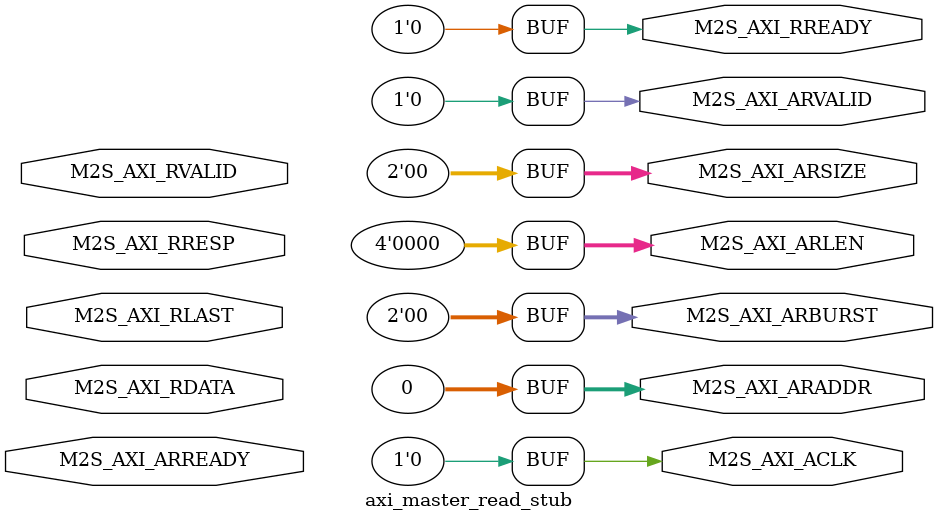
<source format=v>

module axi_master_read_stub(
    output M2S_AXI_ACLK,

    //Read M2S_AXI_transation

    output M2S_AXI_ARVALID,
    input M2S_AXI_ARREADY,
    output [31:0] M2S_AXI_ARADDR,
    output [1:0] M2S_AXI_ARBURST,
    output [3:0] M2S_AXI_ARLEN,
    output [1:0] M2S_AXI_ARSIZE,
    //
    input M2S_AXI_RVALID,
    output M2S_AXI_RREADY,
    input M2S_AXI_RLAST,
    input [63:0] M2S_AXI_RDATA,
    //
    input [1:0] M2S_AXI_RRESP

);
    assign M2S_AXI_ACLK = 1'b0;

    //Read M2S_AXI_transation

    assign M2S_AXI_ARVALID = 1'b0;
    assign M2S_AXI_ARADDR = 32'b0;
    assign M2S_AXI_ARBURST = 2'b0;
    assign M2S_AXI_ARLEN = 4'b0;
    assign M2S_AXI_ARSIZE = 2'b0;
    assign M2S_AXI_RREADY = 1'b0;


endmodule : axi_master_read_stub

/*

    axi_master_stub axi_master_XXX_stub (
        .M2S_AXI_ACLK(M2S_XXX_AXI_ACLK),

        //Read Transaction

        .M2S_AXI_ARVALID(M2S_XXX_AXI_ARVALID),
        .M2S_AXI_ARREADY(M2S_XXX_AXI_ARREADY),
        .M2S_AXI_ARADDR(M2S_XXX_AXI_ARADDR[31:0]),
        .M2S_AXI_ARBURST(M2S_XXX_AXI_ARBURST[1:0]),
        .M2S_AXI_ARLEN(M2S_XXX_AXI_ARLEN[3:0]),
        .M2S_AXI_ARSIZE(M2S_XXX_AXI_ARSIZE[1:0]),
        //
        .M2S_AXI_RVALID(M2S_XXX_AXI_RVALID),
        .M2S_AXI_RREADY(M2S_XXX_AXI_RREADY),
        .M2S_AXI_RLAST(M2S_XXX_AXI_RLAST),
        .M2S_AXI_RDATA(M2S_XXX_AXI_RDATA[63:0]),
        //
        .M2S_AXI_RRESP(M2S_XXX_AXI_RRESP[1:0])
    );

*/

</source>
